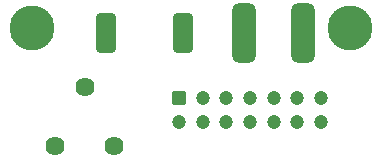
<source format=gbr>
%TF.GenerationSoftware,KiCad,Pcbnew,8.0.6*%
%TF.CreationDate,2024-11-16T20:49:17+00:00*%
%TF.ProjectId,LED_strip_DVD_xbox,4c45445f-7374-4726-9970-5f4456445f78,rev?*%
%TF.SameCoordinates,Original*%
%TF.FileFunction,Soldermask,Top*%
%TF.FilePolarity,Negative*%
%FSLAX46Y46*%
G04 Gerber Fmt 4.6, Leading zero omitted, Abs format (unit mm)*
G04 Created by KiCad (PCBNEW 8.0.6) date 2024-11-16 20:49:17*
%MOMM*%
%LPD*%
G01*
G04 APERTURE LIST*
G04 Aperture macros list*
%AMRoundRect*
0 Rectangle with rounded corners*
0 $1 Rounding radius*
0 $2 $3 $4 $5 $6 $7 $8 $9 X,Y pos of 4 corners*
0 Add a 4 corners polygon primitive as box body*
4,1,4,$2,$3,$4,$5,$6,$7,$8,$9,$2,$3,0*
0 Add four circle primitives for the rounded corners*
1,1,$1+$1,$2,$3*
1,1,$1+$1,$4,$5*
1,1,$1+$1,$6,$7*
1,1,$1+$1,$8,$9*
0 Add four rect primitives between the rounded corners*
20,1,$1+$1,$2,$3,$4,$5,0*
20,1,$1+$1,$4,$5,$6,$7,0*
20,1,$1+$1,$6,$7,$8,$9,0*
20,1,$1+$1,$8,$9,$2,$3,0*%
G04 Aperture macros list end*
%ADD10C,3.800000*%
%ADD11RoundRect,0.250000X-0.350000X-0.350000X0.350000X-0.350000X0.350000X0.350000X-0.350000X0.350000X0*%
%ADD12C,1.200000*%
%ADD13C,1.620000*%
%ADD14RoundRect,0.500000X-0.500000X2.000000X-0.500000X-2.000000X0.500000X-2.000000X0.500000X2.000000X0*%
%ADD15RoundRect,0.352041X0.510459X1.322959X-0.510459X1.322959X-0.510459X-1.322959X0.510459X-1.322959X0*%
G04 APERTURE END LIST*
D10*
%TO.C,REF\u002A\u002A*%
X134500000Y-70000000D03*
%TD*%
D11*
%TO.C,J1*%
X147000000Y-76000000D03*
D12*
X147000000Y-78000000D03*
X149000000Y-76000000D03*
X149000000Y-78000000D03*
X151000000Y-76000000D03*
X151000000Y-78000000D03*
X153000000Y-76000000D03*
X153000000Y-78000000D03*
X155000000Y-76000000D03*
X155000000Y-78000000D03*
X157000000Y-76000000D03*
X157000000Y-78000000D03*
X159000000Y-76000000D03*
X159000000Y-78000000D03*
%TD*%
D13*
%TO.C,RV1*%
X141500000Y-80000000D03*
X139000000Y-75000000D03*
X136500000Y-80000000D03*
%TD*%
D14*
%TO.C,D1*%
X157500000Y-70500000D03*
X152500000Y-70500000D03*
%TD*%
D15*
%TO.C,R1*%
X147300000Y-70500000D03*
X140775000Y-70500000D03*
%TD*%
D10*
%TO.C,REF\u002A\u002A*%
X161500000Y-70000000D03*
%TD*%
M02*

</source>
